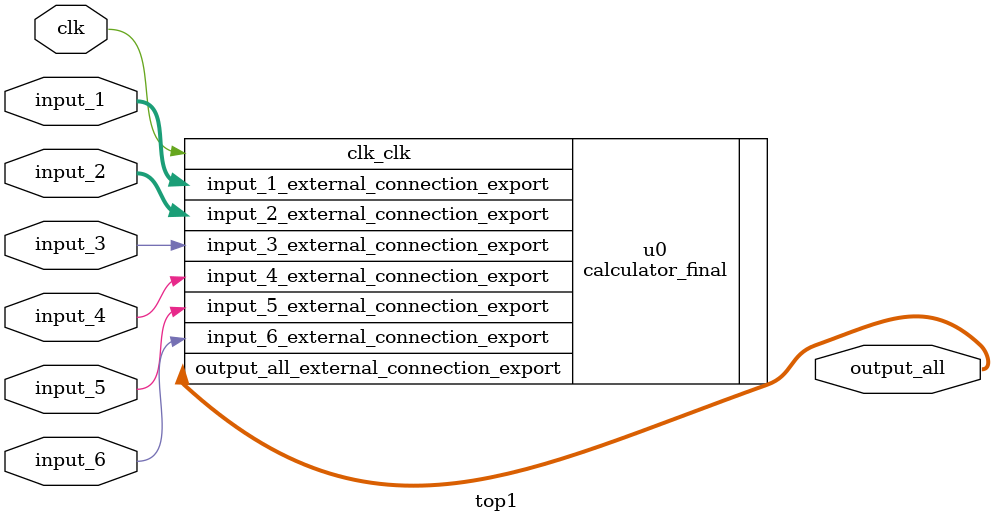
<source format=v>
module top1(input clk, input[3:0]input_1, input[3:0]input_2, input input_3, input input_4, input input_5, input input_6, output [7:0]output_all);

calculator_final u0 (
        .clk_clk                               (clk),                               //                            clk.clk
        .output_all_external_connection_export (output_all), // output_all_external_connection.export
        .input_6_external_connection_export    (input_6),    //    input_6_external_connection.export
        .input_5_external_connection_export    (input_5),    //    input_5_external_connection.export
        .input_4_external_connection_export    (input_4),    //    input_4_external_connection.export
        .input_3_external_connection_export    (input_3),    //    input_3_external_connection.export
        .input_2_external_connection_export    (input_2),    //    input_2_external_connection.export
        .input_1_external_connection_export    (input_1)     //    input_1_external_connection.export
    );
	 
endmodule 
</source>
